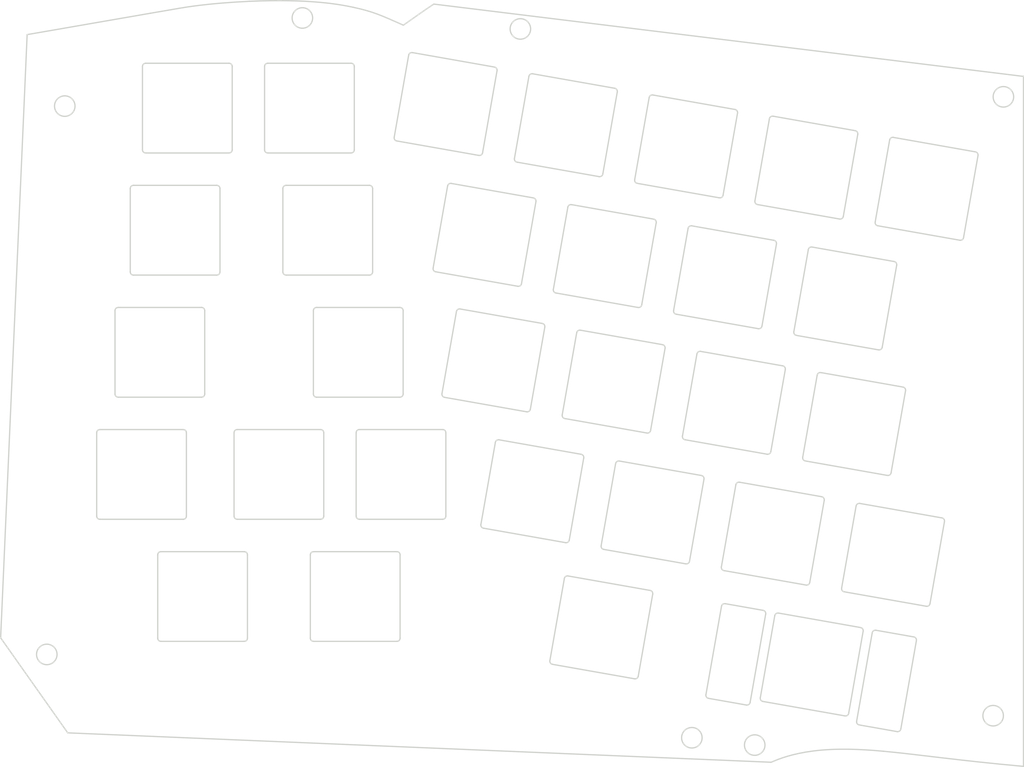
<source format=kicad_pcb>
(kicad_pcb (version 20171130) (host pcbnew "(5.1.6)-1")

  (general
    (thickness 1.6)
    (drawings 280)
    (tracks 0)
    (zones 0)
    (modules 0)
    (nets 1)
  )

  (page A4)
  (layers
    (0 F.Cu signal)
    (31 B.Cu signal)
    (32 B.Adhes user)
    (33 F.Adhes user)
    (34 B.Paste user)
    (35 F.Paste user)
    (36 B.SilkS user)
    (37 F.SilkS user)
    (38 B.Mask user)
    (39 F.Mask user)
    (40 Dwgs.User user)
    (41 Cmts.User user)
    (42 Eco1.User user)
    (43 Eco2.User user)
    (44 Edge.Cuts user)
    (45 Margin user)
    (46 B.CrtYd user)
    (47 F.CrtYd user)
    (48 B.Fab user)
    (49 F.Fab user)
  )

  (setup
    (last_trace_width 0.254)
    (user_trace_width 0.381)
    (trace_clearance 0.254)
    (zone_clearance 0.508)
    (zone_45_only no)
    (trace_min 0.2)
    (via_size 0.8)
    (via_drill 0.4)
    (via_min_size 0.4)
    (via_min_drill 0.3)
    (uvia_size 0.3)
    (uvia_drill 0.1)
    (uvias_allowed no)
    (uvia_min_size 0.2)
    (uvia_min_drill 0.1)
    (edge_width 0.05)
    (segment_width 0.2)
    (pcb_text_width 0.3)
    (pcb_text_size 1.5 1.5)
    (mod_edge_width 0.12)
    (mod_text_size 1 1)
    (mod_text_width 0.15)
    (pad_size 1.524 1.524)
    (pad_drill 0.762)
    (pad_to_mask_clearance 0)
    (aux_axis_origin 0 0)
    (visible_elements FFFFFF7F)
    (pcbplotparams
      (layerselection 0x010fc_ffffffff)
      (usegerberextensions false)
      (usegerberattributes true)
      (usegerberadvancedattributes true)
      (creategerberjobfile true)
      (excludeedgelayer true)
      (linewidth 0.100000)
      (plotframeref false)
      (viasonmask false)
      (mode 1)
      (useauxorigin false)
      (hpglpennumber 1)
      (hpglpenspeed 20)
      (hpglpendiameter 15.000000)
      (psnegative false)
      (psa4output false)
      (plotreference true)
      (plotvalue true)
      (plotinvisibletext false)
      (padsonsilk false)
      (subtractmaskfromsilk false)
      (outputformat 1)
      (mirror false)
      (drillshape 1)
      (scaleselection 1)
      (outputdirectory ""))
  )

  (net 0 "")

  (net_class Default "This is the default net class."
    (clearance 0.254)
    (trace_width 0.254)
    (via_dia 0.8)
    (via_drill 0.4)
    (uvia_dia 0.3)
    (uvia_drill 0.1)
  )

  (gr_line (start 83.634223 33.159399) (end 64.41714 36.4896) (layer Edge.Cuts) (width 0.2))
  (gr_curve (pts (xy 125.525966 33.323225) (xy 124.721988 33.887529) (xy 123.919236 34.453577) (xy 123.115891 35.018782)) (layer Edge.Cuts) (width 0.2))
  (gr_line (start 219.82318 43.00625) (end 127.860405 31.729104) (layer Edge.Cuts) (width 0.2))
  (gr_curve (pts (xy 198.021637 148.300543) (xy 203.204271 148.777924) (xy 210.086912 149.79257) (xy 219.866845 150.657687)) (layer Edge.Cuts) (width 0.2))
  (gr_line (start 60.28121 130.607074) (end 70.7504 145.431561) (layer Edge.Cuts) (width 0.2))
  (gr_curve (pts (xy 187.010576 148.267603) (xy 190.69447 147.792983) (xy 194.590445 147.98449) (xy 198.021637 148.300543)) (layer Edge.Cuts) (width 0.2))
  (gr_curve (pts (xy 99.077025 31.298263) (xy 96.269203 31.423433) (xy 93.222075 31.665871) (xy 90.439722 32.033874)) (layer Edge.Cuts) (width 0.2))
  (gr_line (start 92.123096 92.55877) (end 92.123096 79.55877) (layer Edge.Cuts) (width 0.2))
  (gr_line (start 219.866846 42.999952) (end 219.82318 43.00625) (layer Edge.Cuts) (width 0.2))
  (gr_line (start 219.866845 150.657687) (end 219.866846 42.999952) (layer Edge.Cuts) (width 0.2))
  (gr_arc (start 91.623096 79.55877) (end 92.123096 79.55877) (angle -90) (layer Edge.Cuts) (width 0.2))
  (gr_curve (pts (xy 90.439722 32.033874) (xy 89.127856 32.207386) (xy 88.256305 32.358421) (xy 83.634223 33.159399)) (layer Edge.Cuts) (width 0.2))
  (gr_curve (pts (xy 115.277907 32.224983) (xy 113.217555 31.78136) (xy 108.449951 30.880429) (xy 99.077025 31.298263)) (layer Edge.Cuts) (width 0.2))
  (gr_line (start 70.7504 145.431561) (end 180.504545 150.018706) (layer Edge.Cuts) (width 0.2))
  (gr_curve (pts (xy 123.115891 35.018782) (xy 119.663141 33.497012) (xy 118.493868 32.917425) (xy 115.277907 32.224983)) (layer Edge.Cuts) (width 0.2))
  (gr_arc (start 78.623096 79.55877) (end 78.623096 79.05877) (angle -90) (layer Edge.Cuts) (width 0.2))
  (gr_curve (pts (xy 180.504545 150.018706) (xy 181.779923 149.442401) (xy 183.879907 148.670946) (xy 187.010576 148.267603)) (layer Edge.Cuts) (width 0.2))
  (gr_line (start 91.623096 79.05877) (end 78.623096 79.05877) (layer Edge.Cuts) (width 0.2))
  (gr_line (start 64.41714 36.4896) (end 60.28121 130.607074) (layer Edge.Cuts) (width 0.2))
  (gr_curve (pts (xy 127.860405 31.729104) (xy 127.075442 32.250499) (xy 126.297282 32.781845) (xy 125.525966 33.323225)) (layer Edge.Cuts) (width 0.2))
  (gr_arc (start 97.196846 98.60877) (end 97.196846 98.10877) (angle -90) (layer Edge.Cuts) (width 0.2))
  (gr_line (start 110.196846 98.10877) (end 97.196846 98.10877) (layer Edge.Cuts) (width 0.2))
  (gr_arc (start 197.333641 85.186259) (end 197.246817 85.678663) (angle -90.0000199) (layer Edge.Cuts) (width 0.2))
  (gr_arc (start 110.196846 98.60877) (end 110.696846 98.60877) (angle -90) (layer Edge.Cuts) (width 0.2))
  (gr_line (start 151.256153 102.548762) (end 148.998727 115.351263) (layer Edge.Cuts) (width 0.2))
  (gr_arc (start 101.959346 41.45877) (end 101.959346 40.95877) (angle -90) (layer Edge.Cuts) (width 0.2))
  (gr_line (start 138.048072 99.712108) (end 150.850573 101.969534) (layer Edge.Cuts) (width 0.2))
  (gr_line (start 101.959346 54.95877) (end 114.959346 54.95877) (layer Edge.Cuts) (width 0.2))
  (gr_arc (start 148.506323 115.264439) (end 148.419499 115.756843) (angle -89.99998752) (layer Edge.Cuts) (width 0.2))
  (gr_arc (start 114.959346 54.45877) (end 114.959346 54.95877) (angle -90) (layer Edge.Cuts) (width 0.2))
  (gr_arc (start 150.763749 102.461938) (end 151.256153 102.548762) (angle -90) (layer Edge.Cuts) (width 0.2))
  (gr_line (start 200.083471 72.470582) (end 197.826045 85.273083) (layer Edge.Cuts) (width 0.2))
  (gr_line (start 177.96644 62.427421) (end 180.223866 49.62492) (layer Edge.Cuts) (width 0.2))
  (gr_arc (start 199.591067 72.383758) (end 200.083471 72.470582) (angle -90.00001248) (layer Edge.Cuts) (width 0.2))
  (gr_arc (start 178.458844 62.514245) (end 177.96644 62.427421) (angle -90) (layer Edge.Cuts) (width 0.2))
  (gr_line (start 191.174521 65.264075) (end 178.37202 63.006649) (layer Edge.Cuts) (width 0.2))
  (gr_line (start 194.011175 52.055994) (end 191.753749 64.858495) (layer Edge.Cuts) (width 0.2))
  (gr_line (start 184.038736 82.842008) (end 186.296163 70.039507) (layer Edge.Cuts) (width 0.2))
  (gr_arc (start 110.196846 111.60877) (end 110.196846 112.10877) (angle -90) (layer Edge.Cuts) (width 0.2))
  (gr_arc (start 101.959346 54.45877) (end 101.459346 54.45877) (angle -90) (layer Edge.Cuts) (width 0.2))
  (gr_line (start 97.196846 112.10877) (end 110.196846 112.10877) (layer Edge.Cuts) (width 0.2))
  (gr_line (start 101.459346 41.45877) (end 101.459346 54.45877) (layer Edge.Cuts) (width 0.2))
  (gr_arc (start 114.959346 41.45877) (end 115.459346 41.45877) (angle -90) (layer Edge.Cuts) (width 0.2))
  (gr_line (start 197.246817 85.678663) (end 184.444316 83.421236) (layer Edge.Cuts) (width 0.2))
  (gr_arc (start 135.703822 113.007013) (end 135.211418 112.920189) (angle -89.99999258) (layer Edge.Cuts) (width 0.2))
  (gr_arc (start 169.524338 105.769934) (end 170.016742 105.856758) (angle -89.9999801) (layer Edge.Cuts) (width 0.2))
  (gr_line (start 180.803094 49.21934) (end 193.605595 51.476766) (layer Edge.Cuts) (width 0.2))
  (gr_line (start 115.459346 54.45877) (end 115.459346 41.45877) (layer Edge.Cuts) (width 0.2))
  (gr_line (start 110.696846 111.60877) (end 110.696846 98.60877) (layer Edge.Cuts) (width 0.2))
  (gr_arc (start 91.623096 92.55877) (end 91.623096 93.05877) (angle -90) (layer Edge.Cuts) (width 0.2))
  (gr_arc (start 137.961248 100.204512) (end 138.048072 99.712108) (angle -90) (layer Edge.Cuts) (width 0.2))
  (gr_arc (start 186.788566 70.126332) (end 186.87539 69.633928) (angle -89.99989963) (layer Edge.Cuts) (width 0.2))
  (gr_line (start 114.959346 40.95877) (end 101.959346 40.95877) (layer Edge.Cuts) (width 0.2))
  (gr_line (start 135.211418 112.920189) (end 137.468844 100.117688) (layer Edge.Cuts) (width 0.2))
  (gr_line (start 170.016742 105.856758) (end 167.759315 118.659259) (layer Edge.Cuts) (width 0.2))
  (gr_line (start 148.419499 115.756843) (end 135.616998 113.499416) (layer Edge.Cuts) (width 0.2))
  (gr_arc (start 184.53114 82.928832) (end 184.038736 82.842008) (angle -90) (layer Edge.Cuts) (width 0.2))
  (gr_line (start 78.623096 93.05877) (end 91.623096 93.05877) (layer Edge.Cuts) (width 0.2))
  (gr_arc (start 78.623096 92.55877) (end 78.123096 92.55877) (angle -90) (layer Edge.Cuts) (width 0.2))
  (gr_arc (start 191.261345 64.771671) (end 191.174521 65.264075) (angle -90) (layer Edge.Cuts) (width 0.2))
  (gr_line (start 186.87539 69.633928) (end 199.677891 71.891354) (layer Edge.Cuts) (width 0.2))
  (gr_line (start 78.123096 79.55877) (end 78.123096 92.55877) (layer Edge.Cuts) (width 0.2))
  (gr_arc (start 97.196846 111.60877) (end 96.696846 111.60877) (angle -90) (layer Edge.Cuts) (width 0.2))
  (gr_arc (start 180.71627 49.711744) (end 180.803094 49.21934) (angle -90) (layer Edge.Cuts) (width 0.2))
  (gr_line (start 96.696846 98.60877) (end 96.696846 111.60877) (layer Edge.Cuts) (width 0.2))
  (gr_arc (start 193.518771 51.96917) (end 194.011175 52.055994) (angle -90) (layer Edge.Cuts) (width 0.2))
  (gr_arc (start 148.723691 121.446096) (end 148.810515 120.953692) (angle -90) (layer Edge.Cuts) (width 0.2))
  (gr_line (start 143.801707 62.546587) (end 141.544281 75.349088) (layer Edge.Cuts) (width 0.2))
  (gr_line (start 140.965053 75.754668) (end 128.162552 73.497242) (layer Edge.Cuts) (width 0.2))
  (gr_arc (start 143.309303 62.459763) (end 143.801707 62.546587) (angle -90) (layer Edge.Cuts) (width 0.2))
  (gr_line (start 207.537916 112.472755) (end 205.28049 125.275256) (layer Edge.Cuts) (width 0.2))
  (gr_arc (start 178.573054 81.87826) (end 178.48623 82.370664) (angle -90) (layer Edge.Cuts) (width 0.2))
  (gr_line (start 130.593626 59.709933) (end 143.396127 61.967359) (layer Edge.Cuts) (width 0.2))
  (gr_line (start 161.613015 123.211119) (end 148.810515 120.953692) (layer Edge.Cuts) (width 0.2))
  (gr_arc (start 156.721837 103.512508) (end 156.808661 103.020104) (angle -90) (layer Edge.Cuts) (width 0.2))
  (gr_line (start 153.972007 116.228185) (end 156.229433 103.425684) (layer Edge.Cuts) (width 0.2))
  (gr_arc (start 128.249376 73.004838) (end 127.756972 72.918014) (angle -90) (layer Edge.Cuts) (width 0.2))
  (gr_line (start 167.180087 119.064839) (end 154.377587 116.807413) (layer Edge.Cuts) (width 0.2))
  (gr_arc (start 200.235954 144.745071) (end 200.14913 145.237475) (angle -90) (layer Edge.Cuts) (width 0.2))
  (gr_arc (start 204.788087 125.188432) (end 204.701263 125.680836) (angle -90.0000199) (layer Edge.Cuts) (width 0.2))
  (gr_line (start 179.065458 81.965084) (end 181.322884 69.162584) (layer Edge.Cuts) (width 0.2))
  (gr_line (start 203.159432 131.044588) (end 200.728358 144.831895) (layer Edge.Cuts) (width 0.2))
  (gr_line (start 194.329836 109.636101) (end 207.132336 111.893527) (layer Edge.Cuts) (width 0.2))
  (gr_arc (start 191.985586 122.931005) (end 191.493182 122.844181) (angle -89.99998752) (layer Edge.Cuts) (width 0.2))
  (gr_arc (start 161.526191 123.703523) (end 162.018595 123.790347) (angle -90) (layer Edge.Cuts) (width 0.2))
  (gr_line (start 204.701263 125.680836) (end 191.898762 123.423409) (layer Edge.Cuts) (width 0.2))
  (gr_line (start 148.231287 121.359272) (end 145.97386 134.161773) (layer Edge.Cuts) (width 0.2))
  (gr_line (start 167.535576 66.731509) (end 165.278149 79.53401) (layer Edge.Cuts) (width 0.2))
  (gr_line (start 159.761169 136.592847) (end 162.018595 123.790347) (layer Edge.Cuts) (width 0.2))
  (gr_arc (start 165.770553 79.620834) (end 165.278149 79.53401) (angle -89.99998752) (layer Edge.Cuts) (width 0.2))
  (gr_arc (start 180.83048 69.07576) (end 181.322884 69.162584) (angle -90) (layer Edge.Cuts) (width 0.2))
  (gr_arc (start 154.464411 116.315009) (end 153.972007 116.228185) (angle -90) (layer Edge.Cuts) (width 0.2))
  (gr_arc (start 202.667028 130.957764) (end 203.159432 131.044588) (angle -90) (layer Edge.Cuts) (width 0.2))
  (gr_line (start 180.917304 68.583356) (end 168.114804 66.325929) (layer Edge.Cuts) (width 0.2))
  (gr_line (start 146.37944 134.741001) (end 159.181941 136.998427) (layer Edge.Cuts) (width 0.2))
  (gr_arc (start 141.051877 75.262264) (end 140.965053 75.754668) (angle -90.00001248) (layer Edge.Cuts) (width 0.2))
  (gr_arc (start 168.02798 66.818333) (end 168.114804 66.325929) (angle -90) (layer Edge.Cuts) (width 0.2))
  (gr_arc (start 167.266911 118.572435) (end 167.180087 119.064839) (angle -90.00001248) (layer Edge.Cuts) (width 0.2))
  (gr_arc (start 146.466264 134.248597) (end 145.97386 134.161773) (angle -90) (layer Edge.Cuts) (width 0.2))
  (gr_line (start 127.756972 72.918014) (end 130.014398 60.115513) (layer Edge.Cuts) (width 0.2))
  (gr_arc (start 130.506802 60.202337) (end 130.593626 59.709933) (angle -90) (layer Edge.Cuts) (width 0.2))
  (gr_line (start 156.808661 103.020104) (end 169.611162 105.277531) (layer Edge.Cuts) (width 0.2))
  (gr_line (start 196.845006 129.423471) (end 202.753852 130.46536) (layer Edge.Cuts) (width 0.2))
  (gr_arc (start 207.045512 112.385931) (end 207.537916 112.472755) (angle -89.99998752) (layer Edge.Cuts) (width 0.2))
  (gr_line (start 165.683729 80.113238) (end 178.48623 82.370664) (layer Edge.Cuts) (width 0.2))
  (gr_arc (start 194.327107 143.703182) (end 193.834703 143.616358) (angle -89.99998752) (layer Edge.Cuts) (width 0.2))
  (gr_arc (start 196.758182 129.915875) (end 196.845006 129.423471) (angle -89.99989963) (layer Edge.Cuts) (width 0.2))
  (gr_line (start 193.834703 143.616358) (end 196.265778 129.82905) (layer Edge.Cuts) (width 0.2))
  (gr_line (start 200.14913 145.237475) (end 194.240283 144.195586) (layer Edge.Cuts) (width 0.2))
  (gr_arc (start 194.243012 110.128505) (end 194.329836 109.636101) (angle -89.99989963) (layer Edge.Cuts) (width 0.2))
  (gr_line (start 191.493182 122.844181) (end 193.750608 110.04168) (layer Edge.Cuts) (width 0.2))
  (gr_arc (start 159.268765 136.506023) (end 159.181941 136.998427) (angle -90) (layer Edge.Cuts) (width 0.2))
  (gr_arc (start 161.955684 46.403746) (end 162.042508 45.911342) (angle -90) (layer Edge.Cuts) (width 0.2))
  (gr_line (start 159.205853 59.119422) (end 161.46328 46.316922) (layer Edge.Cuts) (width 0.2))
  (gr_arc (start 159.698257 59.206246) (end 159.205853 59.119422) (angle -90.00001248) (layer Edge.Cuts) (width 0.2))
  (gr_arc (start 117.816846 60.50877) (end 118.316846 60.50877) (angle -90) (layer Edge.Cuts) (width 0.2))
  (gr_arc (start 122.103096 117.65877) (end 122.603096 117.65877) (angle -90) (layer Edge.Cuts) (width 0.2))
  (gr_arc (start 117.816846 73.50877) (end 117.816846 74.00877) (angle -90) (layer Edge.Cuts) (width 0.2))
  (gr_line (start 104.816846 60.00877) (end 117.816846 60.00877) (layer Edge.Cuts) (width 0.2))
  (gr_arc (start 104.816846 60.50877) (end 104.816846 60.00877) (angle -90) (layer Edge.Cuts) (width 0.2))
  (gr_arc (start 104.816846 73.50877) (end 104.316846 73.50877) (angle -90) (layer Edge.Cuts) (width 0.2))
  (gr_arc (start 122.103096 130.65877) (end 122.103096 131.15877) (angle -90) (layer Edge.Cuts) (width 0.2))
  (gr_line (start 122.103096 131.15877) (end 109.103096 131.15877) (layer Edge.Cuts) (width 0.2))
  (gr_line (start 104.316846 73.50877) (end 104.316846 60.50877) (layer Edge.Cuts) (width 0.2))
  (gr_line (start 172.413934 61.956077) (end 159.611433 59.69865) (layer Edge.Cuts) (width 0.2))
  (gr_line (start 122.603096 117.65877) (end 122.603096 130.65877) (layer Edge.Cuts) (width 0.2))
  (gr_line (start 117.816846 74.00877) (end 104.816846 74.00877) (layer Edge.Cuts) (width 0.2))
  (gr_arc (start 172.500758 61.463673) (end 172.413934 61.956077) (angle -90) (layer Edge.Cuts) (width 0.2))
  (gr_line (start 175.250588 48.747996) (end 172.993162 61.550497) (layer Edge.Cuts) (width 0.2))
  (gr_line (start 108.603096 130.65877) (end 108.603096 117.65877) (layer Edge.Cuts) (width 0.2))
  (gr_line (start 109.103096 117.15877) (end 122.103096 117.15877) (layer Edge.Cuts) (width 0.2))
  (gr_line (start 118.316846 60.50877) (end 118.316846 73.50877) (layer Edge.Cuts) (width 0.2))
  (gr_arc (start 109.103096 117.65877) (end 109.103096 117.15877) (angle -90) (layer Edge.Cuts) (width 0.2))
  (gr_arc (start 174.758184 48.661172) (end 175.250588 48.747996) (angle -90) (layer Edge.Cuts) (width 0.2))
  (gr_line (start 162.042508 45.911342) (end 174.845008 48.168768) (layer Edge.Cuts) (width 0.2))
  (gr_line (start 88.765596 98.10877) (end 75.765596 98.10877) (layer Edge.Cuts) (width 0.2))
  (gr_arc (start 88.765596 111.60877) (end 88.765596 112.10877) (angle -90) (layer Edge.Cuts) (width 0.2))
  (gr_line (start 116.246846 98.10877) (end 129.246846 98.10877) (layer Edge.Cuts) (width 0.2))
  (gr_line (start 89.265596 111.60877) (end 89.265596 98.60877) (layer Edge.Cuts) (width 0.2))
  (gr_line (start 94.004346 74.00877) (end 81.004346 74.00877) (layer Edge.Cuts) (width 0.2))
  (gr_arc (start 109.103096 130.65877) (end 108.603096 130.65877) (angle -90) (layer Edge.Cuts) (width 0.2))
  (gr_arc (start 81.004346 73.50877) (end 80.504346 73.50877) (angle -90) (layer Edge.Cuts) (width 0.2))
  (gr_arc (start 129.246846 98.60877) (end 129.746846 98.60877) (angle -90) (layer Edge.Cuts) (width 0.2))
  (gr_arc (start 88.765596 98.60877) (end 89.265596 98.60877) (angle -90) (layer Edge.Cuts) (width 0.2))
  (gr_line (start 115.746846 111.60877) (end 115.746846 98.60877) (layer Edge.Cuts) (width 0.2))
  (gr_line (start 75.765596 112.10877) (end 88.765596 112.10877) (layer Edge.Cuts) (width 0.2))
  (gr_line (start 129.746846 98.60877) (end 129.746846 111.60877) (layer Edge.Cuts) (width 0.2))
  (gr_arc (start 116.246846 111.60877) (end 115.746846 111.60877) (angle -90) (layer Edge.Cuts) (width 0.2))
  (gr_arc (start 94.004346 73.50877) (end 94.004346 74.00877) (angle -90) (layer Edge.Cuts) (width 0.2))
  (gr_line (start 94.504346 60.50877) (end 94.504346 73.50877) (layer Edge.Cuts) (width 0.2))
  (gr_arc (start 94.004346 60.50877) (end 94.504346 60.50877) (angle -90) (layer Edge.Cuts) (width 0.2))
  (gr_line (start 81.004346 60.00877) (end 94.004346 60.00877) (layer Edge.Cuts) (width 0.2))
  (gr_arc (start 81.004346 60.50877) (end 81.004346 60.00877) (angle -90) (layer Edge.Cuts) (width 0.2))
  (gr_line (start 80.504346 73.50877) (end 80.504346 60.50877) (layer Edge.Cuts) (width 0.2))
  (gr_arc (start 116.246846 98.60877) (end 116.246846 98.10877) (angle -90) (layer Edge.Cuts) (width 0.2))
  (gr_arc (start 75.765596 111.60877) (end 75.265596 111.60877) (angle -90) (layer Edge.Cuts) (width 0.2))
  (gr_arc (start 75.765596 98.60877) (end 75.765596 98.10877) (angle -90) (layer Edge.Cuts) (width 0.2))
  (gr_line (start 75.265596 98.60877) (end 75.265596 111.60877) (layer Edge.Cuts) (width 0.2))
  (gr_arc (start 129.246846 111.60877) (end 129.246846 112.10877) (angle -90) (layer Edge.Cuts) (width 0.2))
  (gr_arc (start 134.979581 54.847678) (end 134.892757 55.340082) (angle -89.99998752) (layer Edge.Cuts) (width 0.2))
  (gr_line (start 134.892757 55.340082) (end 122.090256 53.082656) (layer Edge.Cuts) (width 0.2))
  (gr_line (start 196.727028 65.735419) (end 198.984455 52.932918) (layer Edge.Cuts) (width 0.2))
  (gr_line (start 121.684676 52.503428) (end 123.942102 39.700927) (layer Edge.Cuts) (width 0.2))
  (gr_arc (start 199.476859 53.019742) (end 199.563683 52.527338) (angle -90.00001248) (layer Edge.Cuts) (width 0.2))
  (gr_arc (start 122.17708 52.590252) (end 121.684676 52.503428) (angle -90) (layer Edge.Cuts) (width 0.2))
  (gr_line (start 137.729411 42.132001) (end 135.471985 54.934502) (layer Edge.Cuts) (width 0.2))
  (gr_arc (start 210.021932 68.079669) (end 209.935108 68.572073) (angle -90) (layer Edge.Cuts) (width 0.2))
  (gr_arc (start 137.237007 42.045177) (end 137.729411 42.132001) (angle -89.9999801) (layer Edge.Cuts) (width 0.2))
  (gr_arc (start 212.279358 55.277168) (end 212.771762 55.363992) (angle -89.99989963) (layer Edge.Cuts) (width 0.2))
  (gr_arc (start 124.434506 39.787751) (end 124.52133 39.295347) (angle -90.00001248) (layer Edge.Cuts) (width 0.2))
  (gr_line (start 199.563683 52.527338) (end 212.366183 54.784764) (layer Edge.Cuts) (width 0.2))
  (gr_line (start 124.52133 39.295347) (end 137.323831 41.552774) (layer Edge.Cuts) (width 0.2))
  (gr_line (start 144.778277 81.554946) (end 131.975776 79.29752) (layer Edge.Cuts) (width 0.2))
  (gr_line (start 212.771762 55.363992) (end 210.514336 68.166493) (layer Edge.Cuts) (width 0.2))
  (gr_arc (start 197.219432 65.822243) (end 196.727028 65.735419) (angle -90.0000199) (layer Edge.Cuts) (width 0.2))
  (gr_line (start 131.396548 79.7031) (end 129.139122 92.505601) (layer Edge.Cuts) (width 0.2))
  (gr_line (start 209.935108 68.572073) (end 197.132608 66.314647) (layer Edge.Cuts) (width 0.2))
  (gr_arc (start 131.888952 79.789924) (end 131.975776 79.29752) (angle -90) (layer Edge.Cuts) (width 0.2))
  (gr_arc (start 144.691453 82.04735) (end 145.183857 82.134174) (angle -90) (layer Edge.Cuts) (width 0.2))
  (gr_arc (start 129.631526 92.592425) (end 129.139122 92.505601) (angle -90) (layer Edge.Cuts) (width 0.2))
  (gr_line (start 129.246846 112.10877) (end 116.246846 112.10877) (layer Edge.Cuts) (width 0.2))
  (gr_arc (start 179.955202 101.465848) (end 179.868378 101.958252) (angle -90.00000742) (layer Edge.Cuts) (width 0.2))
  (gr_line (start 179.646162 126.898564) (end 177.215088 140.685871) (layer Edge.Cuts) (width 0.2))
  (gr_arc (start 170.813837 139.557158) (end 170.321433 139.470334) (angle -90) (layer Edge.Cuts) (width 0.2))
  (gr_line (start 176.63586 141.091451) (end 170.727013 140.049562) (layer Edge.Cuts) (width 0.2))
  (gr_line (start 182.705032 88.750171) (end 180.447606 101.552672) (layer Edge.Cuts) (width 0.2))
  (gr_line (start 178.804889 139.95077) (end 181.062316 127.14827) (layer Edge.Cuts) (width 0.2))
  (gr_line (start 181.641544 126.74269) (end 194.444045 129.000116) (layer Edge.Cuts) (width 0.2))
  (gr_line (start 169.496952 85.913517) (end 182.299452 88.170943) (layer Edge.Cuts) (width 0.2))
  (gr_line (start 129.544702 93.084829) (end 142.347203 95.342255) (layer Edge.Cuts) (width 0.2))
  (gr_line (start 166.660297 99.121597) (end 168.917725 86.319096) (layer Edge.Cuts) (width 0.2))
  (gr_arc (start 167.152701 99.208421) (end 166.660297 99.121597) (angle -90.00001248) (layer Edge.Cuts) (width 0.2))
  (gr_arc (start 179.297293 140.037594) (end 178.804889 139.95077) (angle -90.0000199) (layer Edge.Cuts) (width 0.2))
  (gr_arc (start 181.55472 127.235094) (end 181.641544 126.74269) (angle -90.00001248) (layer Edge.Cuts) (width 0.2))
  (gr_arc (start 182.212628 88.663347) (end 182.705032 88.750171) (angle -90) (layer Edge.Cuts) (width 0.2))
  (gr_arc (start 179.153758 126.81174) (end 179.646162 126.898564) (angle -90) (layer Edge.Cuts) (width 0.2))
  (gr_arc (start 173.244912 125.769851) (end 173.331736 125.277447) (angle -90.00001248) (layer Edge.Cuts) (width 0.2))
  (gr_line (start 142.926431 94.936675) (end 145.183857 82.134174) (layer Edge.Cuts) (width 0.2))
  (gr_arc (start 142.434027 94.849851) (end 142.347203 95.342255) (angle -90) (layer Edge.Cuts) (width 0.2))
  (gr_arc (start 169.410128 86.405921) (end 169.496952 85.913517) (angle -89.99989963) (layer Edge.Cuts) (width 0.2))
  (gr_line (start 170.321433 139.470334) (end 172.752508 125.683027) (layer Edge.Cuts) (width 0.2))
  (gr_line (start 179.868378 101.958252) (end 167.065877 99.700825) (layer Edge.Cuts) (width 0.2))
  (gr_arc (start 176.722684 140.599047) (end 176.63586 141.091451) (angle -90) (layer Edge.Cuts) (width 0.2))
  (gr_line (start 173.331736 125.277447) (end 179.240582 126.319336) (layer Edge.Cuts) (width 0.2))
  (gr_line (start 185.940674 122.372837) (end 173.138173 120.115411) (layer Edge.Cuts) (width 0.2))
  (gr_arc (start 163.452042 85.355349) (end 163.944446 85.442173) (angle -90.0000199) (layer Edge.Cuts) (width 0.2))
  (gr_arc (start 161.194615 98.157849) (end 161.107791 98.650253) (angle -90) (layer Edge.Cuts) (width 0.2))
  (gr_line (start 161.107791 98.650253) (end 148.305291 96.392827) (layer Edge.Cuts) (width 0.2))
  (gr_arc (start 148.392115 95.900423) (end 147.899711 95.813599) (angle -90.00001248) (layer Edge.Cuts) (width 0.2))
  (gr_arc (start 186.027498 121.880433) (end 185.940674 122.372837) (angle -90) (layer Edge.Cuts) (width 0.2))
  (gr_line (start 188.777328 109.164757) (end 186.519902 121.967257) (layer Edge.Cuts) (width 0.2))
  (gr_line (start 163.944446 85.442173) (end 161.687019 98.244673) (layer Edge.Cuts) (width 0.2))
  (gr_line (start 150.736365 82.605518) (end 163.538866 84.862945) (layer Edge.Cuts) (width 0.2))
  (gr_arc (start 150.649541 83.097922) (end 150.736365 82.605518) (angle -90) (layer Edge.Cuts) (width 0.2))
  (gr_line (start 146.517561 76.226012) (end 148.774987 63.423511) (layer Edge.Cuts) (width 0.2))
  (gr_line (start 149.354215 63.017931) (end 162.156716 65.275357) (layer Edge.Cuts) (width 0.2))
  (gr_arc (start 149.267391 63.510335) (end 149.354215 63.017931) (angle -90) (layer Edge.Cuts) (width 0.2))
  (gr_line (start 192.01297 142.787424) (end 179.210469 140.529998) (layer Edge.Cuts) (width 0.2))
  (gr_line (start 147.899711 95.813599) (end 150.157137 83.011098) (layer Edge.Cuts) (width 0.2))
  (gr_arc (start 192.099794 142.29502) (end 192.01297 142.787424) (angle -90) (layer Edge.Cuts) (width 0.2))
  (gr_arc (start 188.284924 109.077933) (end 188.777328 109.164757) (angle -90) (layer Edge.Cuts) (width 0.2))
  (gr_line (start 194.849624 129.579344) (end 192.592198 142.381844) (layer Edge.Cuts) (width 0.2))
  (gr_arc (start 175.482424 106.820506) (end 175.569248 106.328102) (angle -90) (layer Edge.Cuts) (width 0.2))
  (gr_arc (start 194.35722 129.49252) (end 194.849624 129.579344) (angle -89.99989963) (layer Edge.Cuts) (width 0.2))
  (gr_line (start 175.569248 106.328102) (end 188.371748 108.585529) (layer Edge.Cuts) (width 0.2))
  (gr_line (start 172.732593 119.536183) (end 174.99002 106.733682) (layer Edge.Cuts) (width 0.2))
  (gr_arc (start 173.224997 119.623007) (end 172.732593 119.536183) (angle -90) (layer Edge.Cuts) (width 0.2))
  (gr_line (start 96.409346 54.45877) (end 96.409346 41.45877) (layer Edge.Cuts) (width 0.2))
  (gr_line (start 84.790596 117.65877) (end 84.790596 130.65877) (layer Edge.Cuts) (width 0.2))
  (gr_line (start 98.290596 117.15877) (end 85.290596 117.15877) (layer Edge.Cuts) (width 0.2))
  (gr_arc (start 82.909346 41.45877) (end 82.909346 40.95877) (angle -90) (layer Edge.Cuts) (width 0.2))
  (gr_arc (start 82.909346 54.45877) (end 82.409346 54.45877) (angle -90) (layer Edge.Cuts) (width 0.2))
  (gr_line (start 82.909346 54.95877) (end 95.909346 54.95877) (layer Edge.Cuts) (width 0.2))
  (gr_arc (start 122.579346 92.55877) (end 122.579346 93.05877) (angle -90) (layer Edge.Cuts) (width 0.2))
  (gr_line (start 109.579346 93.05877) (end 122.579346 93.05877) (layer Edge.Cuts) (width 0.2))
  (gr_arc (start 98.290596 130.65877) (end 98.290596 131.15877) (angle -90) (layer Edge.Cuts) (width 0.2))
  (gr_line (start 98.790596 130.65877) (end 98.790596 117.65877) (layer Edge.Cuts) (width 0.2))
  (gr_circle (center 177.934057 147.338174) (end 176.334057 147.338174) (layer Edge.Cuts) (width 0.2))
  (gr_arc (start 98.290596 117.65877) (end 98.790596 117.65877) (angle -90) (layer Edge.Cuts) (width 0.2))
  (gr_line (start 82.409346 41.45877) (end 82.409346 54.45877) (layer Edge.Cuts) (width 0.2))
  (gr_arc (start 85.290596 117.65877) (end 85.290596 117.15877) (angle -90) (layer Edge.Cuts) (width 0.2))
  (gr_arc (start 95.909346 41.45877) (end 96.409346 41.45877) (angle -90) (layer Edge.Cuts) (width 0.2))
  (gr_arc (start 109.579346 92.55877) (end 109.079346 92.55877) (angle -90) (layer Edge.Cuts) (width 0.2))
  (gr_line (start 122.579346 79.05877) (end 109.579346 79.05877) (layer Edge.Cuts) (width 0.2))
  (gr_arc (start 95.909346 54.45877) (end 95.909346 54.95877) (angle -90) (layer Edge.Cuts) (width 0.2))
  (gr_line (start 109.079346 79.55877) (end 109.079346 92.55877) (layer Edge.Cuts) (width 0.2))
  (gr_arc (start 109.579346 79.55877) (end 109.579346 79.05877) (angle -90) (layer Edge.Cuts) (width 0.2))
  (gr_arc (start 85.290596 130.65877) (end 84.790596 130.65877) (angle -90) (layer Edge.Cuts) (width 0.2))
  (gr_line (start 95.909346 40.95877) (end 82.909346 40.95877) (layer Edge.Cuts) (width 0.2))
  (gr_line (start 85.290596 131.15877) (end 98.290596 131.15877) (layer Edge.Cuts) (width 0.2))
  (gr_circle (center 168.125779 146.194845) (end 166.525779 146.194845) (layer Edge.Cuts) (width 0.2))
  (gr_circle (center 141.371186 35.605756) (end 139.771186 35.605756) (layer Edge.Cuts) (width 0.2))
  (gr_circle (center 70.287148 47.643937) (end 68.687148 47.643937) (layer Edge.Cuts) (width 0.2))
  (gr_circle (center 216.734066 46.196596) (end 215.134066 46.196596) (layer Edge.Cuts) (width 0.2))
  (gr_circle (center 215.13387 142.755645) (end 213.53387 142.755645) (layer Edge.Cuts) (width 0.2))
  (gr_circle (center 107.35982 33.89362) (end 105.75982 33.89362) (layer Edge.Cuts) (width 0.2))
  (gr_circle (center 67.482485 133.196159) (end 65.882485 133.196159) (layer Edge.Cuts) (width 0.2))
  (gr_arc (start 188.170716 89.713917) (end 188.25754 89.221513) (angle -90) (layer Edge.Cuts) (width 0.2))
  (gr_line (start 185.420886 102.429594) (end 187.678312 89.627093) (layer Edge.Cuts) (width 0.2))
  (gr_arc (start 153.740169 58.155676) (end 153.653345 58.64808) (angle -89.99998752) (layer Edge.Cuts) (width 0.2))
  (gr_line (start 140.445265 55.811426) (end 142.702691 43.008925) (layer Edge.Cuts) (width 0.2))
  (gr_arc (start 147.009965 76.312836) (end 146.517561 76.226012) (angle -89.99998752) (layer Edge.Cuts) (width 0.2))
  (gr_line (start 159.725641 79.062666) (end 146.923141 76.80524) (layer Edge.Cuts) (width 0.2))
  (gr_line (start 162.562296 65.854585) (end 160.304869 78.657086) (layer Edge.Cuts) (width 0.2))
  (gr_arc (start 159.812465 78.570262) (end 159.725641 79.062666) (angle -90) (layer Edge.Cuts) (width 0.2))
  (gr_line (start 188.25754 89.221513) (end 201.060041 91.478939) (layer Edge.Cuts) (width 0.2))
  (gr_line (start 153.653345 58.64808) (end 140.850845 56.390654) (layer Edge.Cuts) (width 0.2))
  (gr_arc (start 162.069892 65.767761) (end 162.562296 65.854585) (angle -89.9999801) (layer Edge.Cuts) (width 0.2))
  (gr_arc (start 198.715791 104.773844) (end 198.628967 105.266248) (angle -89.99999258) (layer Edge.Cuts) (width 0.2))
  (gr_line (start 201.465621 92.058167) (end 199.208194 104.860668) (layer Edge.Cuts) (width 0.2))
  (gr_arc (start 200.973217 91.971343) (end 201.465621 92.058167) (angle -90) (layer Edge.Cuts) (width 0.2))
  (gr_arc (start 185.91329 102.516418) (end 185.420886 102.429594) (angle -89.99998752) (layer Edge.Cuts) (width 0.2))
  (gr_arc (start 140.937669 55.89825) (end 140.445265 55.811426) (angle -90.00001248) (layer Edge.Cuts) (width 0.2))
  (gr_line (start 198.628967 105.266248) (end 185.826466 103.008822) (layer Edge.Cuts) (width 0.2))
  (gr_arc (start 143.195095 43.095749) (end 143.281919 42.603345) (angle -89.99998752) (layer Edge.Cuts) (width 0.2))
  (gr_arc (start 122.579346 79.55877) (end 123.079346 79.55877) (angle -90) (layer Edge.Cuts) (width 0.2))
  (gr_arc (start 155.997596 45.353176) (end 156.49 45.44) (angle -90) (layer Edge.Cuts) (width 0.2))
  (gr_line (start 123.079346 92.55877) (end 123.079346 79.55877) (layer Edge.Cuts) (width 0.2))
  (gr_line (start 143.281919 42.603345) (end 156.08442 44.860772) (layer Edge.Cuts) (width 0.2))
  (gr_line (start 156.49 45.44) (end 154.232573 58.2425) (layer Edge.Cuts) (width 0.2))

)

</source>
